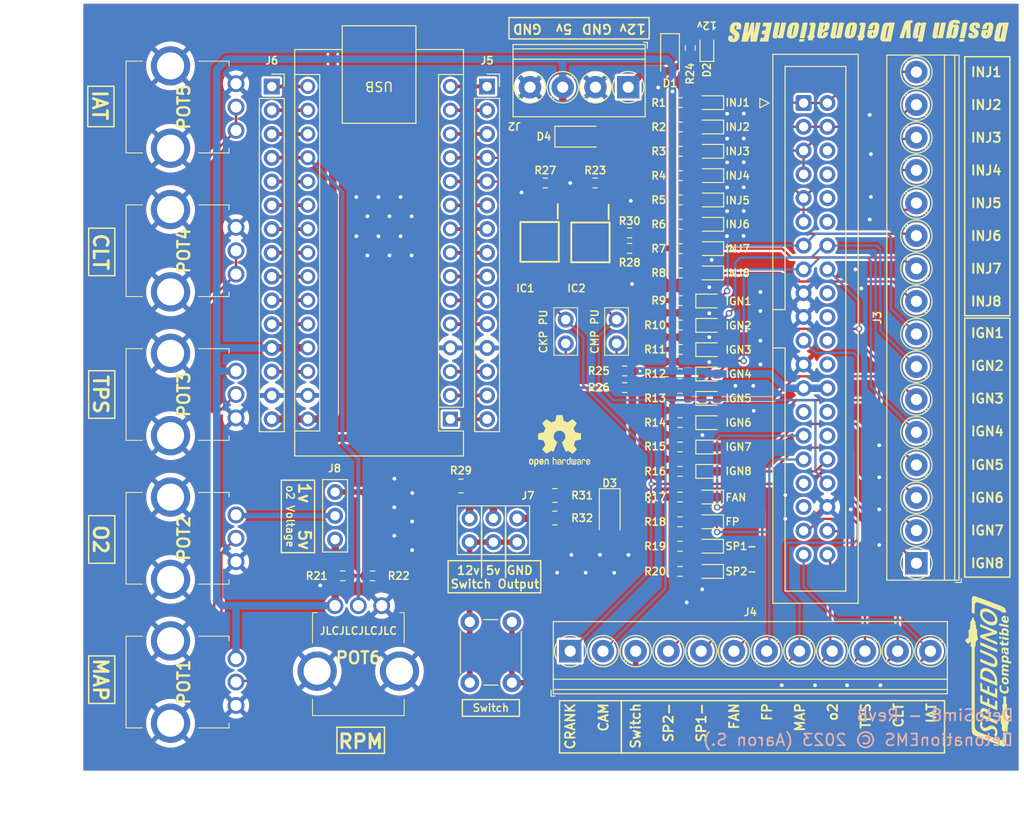
<source format=kicad_pcb>
(kicad_pcb (version 20221018) (generator pcbnew)
  (title_block (title "Engine Simulator - 8 Channel") (date "2023-01-26") (rev "B3") (company "DetonationEMS"))
  (layers (0 "F.Cu" signal "Front") (31 "B.Cu" signal "Back") (34 "B.Paste" user) (35 "F.Paste" user) (36 "B.SilkS" user "B.Silkscreen") (37 "F.SilkS" user "F.Silkscreen") (38 "B.Mask" user) (39 "F.Mask" user) (44 "Edge.Cuts" user))
  (net 0 "")
  (net 1 "o2-Voltage")
  (net 2 "+5V")
  (net 3 "INJ1")
  (net 4 "IGN2")
  (net 5 "CAM")
  (net 6 "TPS")
  (net 7 "IAT")
  (net 8 "IGN4")
  (net 9 "INJ4")
  (net 10 "INJ3")
  (net 11 "INJ2")
  (net 12 "IGN3")
  (net 13 "CRANK")
  (net 14 "o2")
  (net 15 "CLT")
  (net 16 "MAP")
  (net 17 "IGN1")
  (net 18 "MC-A0")
  (net 19 "GND")
  (net 20 "Net-(IC1-A)")
  (net 21 "Net-(IC2-A)")
  (net 22 "Net-(J7-Pin_1)")
  (net 23 "Net-(J7-Pin_2)")
  (net 24 "Net-(J7-Pin_3)")
  (net 25 "Net-(J7-Pin_5)")
  (net 26 "Net-(J8-Pin_3)")
  (net 27 "Net-(J10-Pin_1)")
  (net 28 "MC-D1")
  (net 29 "MC-D2")
  (net 30 "MC-D3")
  (net 31 "MC-D4")
  (net 32 "MC-D5")
  (net 33 "MC-D6")
  (net 34 "MC-D7")
  (net 35 "MC-D10")
  (net 36 "MC-D11")
  (net 37 "MC-D12")
  (net 38 "MC-D13")
  (net 39 "+3.3V")
  (net 40 "MC-AREF")
  (net 41 "MC-A1")
  (net 42 "MC-A2")
  (net 43 "MC-A3")
  (net 44 "MC-A4")
  (net 45 "MC-A5")
  (net 46 "MC-A6")
  (net 47 "MC-D0")
  (net 48 "MC-A7")
  (net 49 "FLEX")
  (net 50 "FAN")
  (net 51 "FP")
  (net 52 "TACH")
  (net 53 "CLUTCH")
  (net 54 "VVT")
  (net 55 "IDLE")
  (net 56 "IDLE2")
  (net 57 "BOOST")
  (net 58 "1B")
  (net 59 "1A")
  (net 60 "2A")
  (net 61 "2B")
  (net 62 "VR1-")
  (net 63 "VR2-")
  (net 64 "INJ8")
  (net 65 "INJ7")
  (net 66 "CAM-OUT")
  (net 67 "CRANK-OUT")
  (net 68 "SP1-")
  (net 69 "SP2-")
  (net 70 "Net-(LED2-A)")
  (net 71 "INJ6")
  (net 72 "INJ5")
  (net 73 "IGN8")
  (net 74 "IGN7")
  (net 75 "IGN6")
  (net 76 "IGN5")
  (net 77 "+12V")
  (net 78 "Net-(LED4-A)")
  (net 79 "Net-(LED6-A)")
  (net 80 "Net-(LED8-A)")
  (net 81 "Net-(LED9-K)")
  (net 82 "Net-(LED11-K)")
  (net 83 "SWITCH")
  (net 84 "Net-(LED13-K)")
  (net 85 "Net-(LED15-K)")
  (net 86 "12v-Unprotected")
  (net 87 "MC-RESET-3")
  (net 88 "MC-RESET-28")
  (net 89 "Net-(LED17-A)")
  (net 90 "Net-(LED18-A)")
  (net 91 "Net-(LED19-A)")
  (net 92 "Net-(LED20-A)")
  (net 93 "Net-(D2-A)")
  (net 94 "Net-(LED7-A)")
  (net 95 "Net-(LED5-A)")
  (net 96 "Net-(LED3-A)")
  (net 97 "Net-(LED16-K)")
  (net 98 "Net-(LED14-K)")
  (net 99 "Net-(LED12-K)")
  (net 100 "Net-(LED10-K)")
  (net 101 "Net-(LED1-A)")
  (net 102 "Net-(J9-Pin_1)")
  (footprint "Resistor_SMD:R_0603_1608Metric" (layer "F.Cu") (at 126.57465 119.08165)
    (fp_text reference "R21")
    (fp_text value "470r" hide)
  )
  (footprint "Resistor_SMD:R_0603_1608Metric" (layer "F.Cu") (at 129.74965 119.08165)
    (fp_text reference "R22")
    (fp_text value "100r" hide)
  )
  (footprint "Misc:RV09AF4020KB10K" (layer "F.Cu") (at 115.153567 132.9709 90)
    (fp_text reference "POT1")
    (fp_text value "IAT" hide)
  )
  (footprint "Misc:RV09AF4020KB10K" (layer "F.Cu") (at 115.153567 117.6039 90)
    (fp_text reference "POT2")
    (fp_text value "CLT" hide)
  )
  (footprint "Misc:RV09AF4020KB10K" (layer "F.Cu") (at 115.153567 86.8699 90)
    (fp_text reference "POT4")
    (fp_text value "TPS" hide)
  )
  (footprint "Misc:RV09AF4020KB10K" (layer "F.Cu") (at 115.153567 102.2369 90)
    (fp_text reference "POT3")
    (fp_text value "MAP/SP1" hide)
  )
  (footprint "Misc:RV09AF4020KB10K" (layer "F.Cu") (at 115.153567 71.5137 90)
    (fp_text reference "POT5")
    (fp_text value "o2" hide)
  )
  (footprint "Misc:RV09AF4020KB10K" (layer "F.Cu") (at 130.76565 122.26705 180)
    (fp_text reference "POT6")
    (fp_text value "RPM" hide)
  )
  (footprint "LED_SMD:LED_0603_1608Metric" (layer "F.Cu") (at 165.7858 68.503 180)
    (fp_text reference "LED1" hide)
    (fp_text value "INJ1")
  )
  (footprint "LED_SMD:LED_0603_1608Metric" (layer "F.Cu") (at 165.7858 71.103285 180)
    (fp_text reference "LED2" hide)
    (fp_text value "INJ2")
  )
  (footprint "LED_SMD:LED_0603_1608Metric" (layer "F.Cu") (at 165.7858 73.70357 180)
    (fp_text reference "LED3" hide)
    (fp_text value "INJ3")
  )
  (footprint "LED_SMD:LED_0603_1608Metric" (layer "F.Cu") (at 165.7858 76.303855 180)
    (fp_text reference "LED4" hide)
    (fp_text value "INJ4")
  )
  (footprint "LED_SMD:LED_0603_1608Metric" (layer "F.Cu") (at 165.7858 89.7022)
    (fp_text reference "LED9" hide)
    (fp_text value "IGN1")
  )
  (footprint "LED_SMD:LED_0603_1608Metric" (layer "F.Cu") (at 165.7858 92.303885)
    (fp_text reference "LED10" hide)
    (fp_text value "IGN2")
  )
  (footprint "LED_SMD:LED_0603_1608Metric" (layer "F.Cu") (at 165.7858 94.90557)
    (fp_text reference "LED11" hide)
    (fp_text value "IGN3")
  )
  (footprint "LED_SMD:LED_0603_1608Metric" (layer "F.Cu") (at 165.7858 97.507255)
    (fp_text reference "LED12" hide)
    (fp_text value "IGN4")
  )
  (footprint "LED_SMD:LED_0603_1608Metric" (layer "F.Cu") (at 165.763633 110.6572 180)
    (fp_text reference "LED17" hide)
    (fp_text value "FAN")
  )
  (footprint "LED_SMD:LED_0603_1608Metric" (layer "F.Cu") (at 165.763633 113.2988 180)
    (fp_text reference "LED18" hide)
    (fp_text value "FP")
  )
  (footprint "Resistor_SMD:R_0603_1608Metric" (layer "F.Cu") (at 162.6108 68.503)
    (fp_text reference "R1")
    (fp_text value "1k" hide)
  )
  (footprint "Resistor_SMD:R_0603_1608Metric" (layer "F.Cu") (at 162.6108 71.103285)
    (fp_text reference "R2")
    (fp_text value "1k" hide)
  )
  (footprint "Resistor_SMD:R_0603_1608Metric" (layer "F.Cu") (at 162.6108 73.70357)
    (fp_text reference "R3")
    (fp_text value "1k" hide)
  )
  (footprint "Resistor_SMD:R_0603_1608Metric" (layer "F.Cu") (at 162.6108 76.303855)
    (fp_text reference "R4")
    (fp_text value "1k" hide)
  )
  (footprint "Resistor_SMD:R_0603_1608Metric" (layer "F.Cu") (at 162.6108 89.6622)
    (fp_text reference "R9")
    (fp_text value "1k" hide)
  )
  (footprint "Resistor_SMD:R_0603_1608Metric" (layer "F.Cu") (at 162.6108 92.2696)
    (fp_text reference "R10")
    (fp_text value "1k" hide)
  )
  (footprint "Resistor_SMD:R_0603_1608Metric" (layer "F.Cu") (at 162.6108 94.877)
    (fp_text reference "R11")
    (fp_text value "1k" hide)
  )
  (footprint "Resistor_SMD:R_0603_1608Metric" (layer "F.Cu") (at 162.6108 97.4844)
    (fp_text reference "R12")
    (fp_text value "1k" hide)
  )
  (footprint "Resistor_SMD:R_0603_1608Metric" (layer "F.Cu") (at 162.6108 110.6572)
    (fp_text reference "R17")
    (fp_text value "1k" hide)
  )
  (footprint "Resistor_SMD:R_0603_1608Metric" (layer "F.Cu") (at 162.6108 113.2988)
    (fp_text reference "R18")
    (fp_text value "1k" hide)
  )
  (footprint "Module:Arduino_Nano" (layer "F.Cu") (at 138.0648 102.326 180)
    (fp_text reference "A1" hide)
    (fp_text value "Arduino_Nano_v3.x" hide)
  )
  (footprint "Connector_Automotive:IDC-Header_2x20_P2.54mm_Vertical_Speeduino" (layer "F.Cu") (at 175.8188 68.544)
    (fp_text reference "J1" hide)
    (fp_text value "Conn_02x20_Counter_Clockwise" hide)
  )
  (footprint "Detonation:3-PinSwitch" (layer "F.Cu") (at 125.7421 115.2011 180)
    (fp_text reference "J8")
    (fp_text value "Conn_01x03" hide)
  )
  (footprint "Detonation-Logos:Design by 30mm" (layer "F.Cu") (at 182.753 60.833 180)
    (fp_text reference "G1" hide)
    (fp_text value "Logo_Open_Hardware_Small" hide)
  )
  (footprint "Detonation-Logos:SpeeduinoCompatible-17mm" (layer "F.Cu") (at 195.4784 129.286 90)
    (fp_text reference "G2" hide)
    (fp_text value "Logo_Open_Hardware_Small" hide)
  )
  (footprint "Symbol:OSHW-Logo2_7.3x6mm_SilkScreen" (layer "F.Cu") (at 149.733 104.648)
    (fp_text reference "G3" hide)
    (fp_text value "Logo_Open_Hardware_Small" hide)
  )
  (footprint "Resistor_SMD:R_0603_1608Metric" (layer "F.Cu") (at 162.6108 84.10471)
    (fp_text reference "R7")
    (fp_text value "1k")
  )
  (footprint "Button_Switch_THT:SW_PUSH_6mm_H9.5mm" (layer "F.Cu") (at 144.6424 124.004 -90)
    (fp_text reference "SW1" hide)
    (fp_text value "Switch")
  )
  (footprint "LED_SMD:LED_0603_1608Metric" (layer "F.Cu") (at 165.763633 118.6074 180)
    (fp_text reference "LED20" hide)
    (fp_text value "SP2-")
  )
  (footprint "Resistor_SMD:R_0603_1608Metric" (layer "F.Cu") (at 162.6108 78.90414)
    (fp_text reference "R5")
    (fp_text value "1k")
  )
  (footprint "TerminalBlock_Phoenix:TerminalBlock_Phoenix_PT-1,5-4-3.5-H_1x04_P3.50mm_Horizontal" (layer "F.Cu") (at 157.0736 66.8528 180)
    (fp_text reference "J2")
    (fp_text value "Conn_01x04" hide)
  )
  (footprint "Resistor_SMD:R_0603_1608Metric" (layer "F.Cu") (at 162.6108 105.3066)
    (fp_text reference "R15")
    (fp_text value "1k")
  )
  (footprint "Resistor_SMD:R_0603_1608Metric" (layer "F.Cu") (at 162.6108 100.0918)
    (fp_text reference "R13")
    (fp_text value "1k")
  )
  (footprint "LED_SMD:LED_0603_1608Metric" (layer "F.Cu") (at 165.7858 78.90414 180)
    (fp_text reference "LED5" hide)
    (fp_text value "INJ5")
  )
  (footprint "Connector_PinSocket_2.54mm:PinSocket_1x15_P2.54mm_Vertical" (layer "F.Cu") (at 141.986 66.7766)
    (fp_text reference "J5")
    (fp_text value "Conn_01x04")
  )
  (footprint "Resistor_SMD:R_0603_1608Metric" (layer "F.Cu") (at 156.6926 98.9584 180)
    (fp_text reference "R26")
    (fp_text value "1k")
  )
  (footprint "LED_SMD:LED_0603_1608Metric" (layer "F.Cu") (at 165.763633 115.915 180)
    (fp_text reference "LED19" hide)
    (fp_text value "SP1-")
  )
  (footprint "Diode_SMD:D_SOD-123" (layer "F.Cu") (at 161.544 63.4894 -90)
    (fp_text reference "D1")
    (fp_text value "B5819W")
  )
  (footprint "Resistor_SMD:R_0603_1608Metric" (layer "F.Cu") (at 162.6108 102.6992)
    (fp_text reference "R14")
    (fp_text value "1k")
  )
  (footprint "LED_SMD:LED_0603_1608Metric" (layer "F.Cu") (at 165.7858 100.10894)
    (fp_text reference "LED13" hide)
    (fp_text value "IGN5")
  )
  (footprint "Detonation:1x02-Proto" (layer "F.Cu") (at 150.3934 94.234 180)
    (fp_text reference "J9" hide)
    (fp_text value "CKP PU")
  )
  (footprint "LED_SMD:LED_0603_1608Metric" (layer "F.Cu") (at 165.7858 107.914)
    (fp_text reference "LED16" hide)
    (fp_text value locked "IGN8")
  )
  (footprint "Resistor_SMD:R_0603_1608Metric" (layer "F.Cu") (at 156.6926 97.1804 180)
    (fp_text reference "R25")
    (fp_text value "1k")
  )
  (footprint "TerminalBlock_Phoenix:TerminalBlock_Phoenix_PT-1,5-16-3.5-H_1x16_P3.50mm_Horizontal" (layer "F.Cu") (at 187.872733 117.7302 90)
    (fp_text reference "J3")
    (fp_text value "Conn_01x08")
  )
  (footprint "LED_SMD:LED_0603_1608Metric" (layer "F.Cu") (at 165.7858 81.504425 180)
    (fp_text reference "LED6" hide)
    (fp_text value "INJ6")
  )
  (footprint "Resistor_SMD:R_0603_1608Metric" (layer "F.Cu") (at 162.6108 81.504425)
    (fp_text reference "R6")
    (fp_text value "1k")
  )
  (footprint "Resistor_SMD:R_0603_1608Metric" (layer "F.Cu") (at 162.6108 107.914)
    (fp_text reference locked "R16")
    (fp_text value "1k")
  )
  (footprint "LED_SMD:LED_0603_1608Metric" (layer "F.Cu") (at 165.7858 84.10471 180)
    (fp_text reference "LED7" hide)
    (fp_text value "INJ7")
  )
  (footprint "LED_SMD:LED_0603_1608Metric" (layer "F.Cu") (at 165.7858 102.710625)
    (fp_text reference "LED14" hide)
    (fp_text value "IGN6")
  )
  (footprint "Connector_PinSocket_2.54mm:PinSocket_1x15_P2.54mm_Vertical" (layer "F.Cu") (at 118.9736 66.7812)
    (fp_text reference "J6")
    (fp_text value "Conn_01x04")
  )
  (footprint "Resistor_SMD:R_0603_1608Metric" (layer "F.Cu") (at 153.543 77.089 180)
    (fp_text reference "R23")
    (fp_text value "470r" hide)
  )
  (footprint "Detonation:SOP254P700X200-4N" (layer "F.Cu") (at 147.5994 83.3894 -90)
    (fp_text reference "IC1")
    (fp_text value "EL357NB_TA_-G" hide)
  )
  (footprint "Resistor_SMD:R_0805_2012Metric" (layer "F.Cu") (at 139.192 109.474 180)
    (fp_text reference "R29")
    (fp_text value "0r")
  )
  (footprint "Detonation:SOP254P700X200-4N" (layer "F.Cu") (at 153.035 83.439 -90)
    (fp_text reference "IC2")
    (fp_text value "EL357NB_TA_-G" hide)
  )
  (footprint "LED_SMD:LED_0603_1608Metric" (layer "F.Cu") (at 165.481 62.611 90)
    (fp_text reference "D2")
    (fp_text value "12v")
  )
  (footprint "Resistor_SMD:R_0603_1608Metric" (layer "F.Cu") (at 162.6108 118.6074)
    (fp_text reference "R20")
    (fp_text value "1k")
  )
  (footprint "Resistor_SMD:R_0603_1608Metric" (layer "F.Cu") (at 163.703 62.6618 90)
    (fp_text reference "R24")
    (fp_text value "1k")
  )
  (footprint "Resistor_SMD:R_0603_1608Metric" (layer "F.Cu") (at 157.226 82.423)
    (fp_text reference "R30")
    (fp_text value "1k")
  )
  (footprint "LED_SMD:LED_0603_1608Metric" (layer "F.Cu") (at 165.7858 86.705 180)
    (fp_text reference "LED8" hide)
    (fp_text value "INJ8")
  )
  (footprint "Resistor_SMD:R_0603_1608Metric" (layer "F.Cu") (at 162.6108 86.705)
    (fp_text reference "R8")
    (fp_text value "1k")
  )
  (footprint "Resistor_SMD:R_0603_1608Metric" (layer "F.Cu") (at 157.226 84.074)
    (fp_text reference "R28")
    (fp_text value "1k")
  )
  (footprint "LED_SMD:LED_0603_1608Metric" (layer "F.Cu") (at 165.7858 105.31231)
    (fp_text reference "LED15" hide)
    (fp_text value "IGN7")
  )
  (footprint "Resistor_SMD:R_0603_1608Metric" (layer "F.Cu") (at 162.6108 115.915)
    (fp_text reference "R19")
    (fp_text value "1k")
  )
  (footprint "Detonation:1x02-Proto" (layer "F.Cu") (at 155.829 94.234 180)
    (fp_text reference "J10" hide)
    (fp_text value "CMP PU")
  )
  (footprint "Resistor_SMD:R_0805_2012Metric" (layer "F.Cu") (at 149.225 112.903 180)
    (fp_text reference "R32")
    (fp_text value "0r")
  )
  (footprint "Resistor_SMD:R_0603_1608Metric" (layer "F.Cu") (at 148.209 77.089 180)
    (fp_text reference "R27")
    (fp_text value "470r" hide)
  )
  (footprint "Detonation:PinSocket 2x03" (layer "F.Cu") (at 140.1214 112.9338 90)
    (fp_text reference "J7")
    (fp_text value "Conn_01x03")
  )
  (footprint "Diode_SMD:D_MiniMELF" (layer "F.Cu") (at 155.0924 112.423 -90)
    (fp_text reference "D3")
    (fp_text value "ZMM5V6")
  )
  (footprint "Diode_SMD:D_MiniMELF" (layer "F.Cu") (at 151.892 72.136)
    (fp_text reference "D4")
    (fp_text value "ZMM5V6")
  )
  (footprint "TerminalBlock_Phoenix:TerminalBlock_Phoenix_PT-1,5-12-3.5-H_1x12_P3.50mm_Horizontal" (layer "F.Cu") (at 150.876 127.127)
    (fp_text reference "J4")
    (fp_text value "Conn_01x10")
  )
  (footprint "Resistor_SMD:R_0805_2012Metric" (layer "F.Cu") (at 149.225 110.49)
    (fp_text reference "R31")
    (fp_text value "0r")
  )
  (gr_line (start 102.1084 66.7512) (end 102.1084 67.2592) (stroke (width 0.1524)) (layer "F.SilkS"))
  (gr_line (start 102.199567 128.1449) (end 102.199567 131.9549) (stroke (width 0.1524)) (layer "F.SilkS"))
  (gr_line (start 102.199567 132.7169) (end 99.405567 132.7169) (stroke (width 0.1524)) (layer "F.SilkS"))
  (gr_line (start 99.405567 127.6369) (end 102.199567 127.6369) (stroke (width 0.1524)) (layer "F.SilkS"))
  (gr_line (start 99.405567 131.9549) (end 99.405567 127.6369) (stroke (width 0.1524)) (layer "F.SilkS"))
  (gr_line (start 102.199567 127.6369) (end 102.199567 128.1449) (stroke (width 0.1524)) (layer "F.SilkS"))
  (gr_line (start 99.405567 132.7169) (end 99.405567 131.9549) (stroke (width 0.1524)) (layer "F.SilkS"))
  (gr_line (start 102.199567 132.7169) (end 102.199567 131.9549) (stroke (width 0.1524)) (layer "F.SilkS"))
  (gr_line (start 102.199567 82.4249) (end 102.199567 86.2349) (stroke (width 0.1524)) (layer "F.SilkS"))
  (gr_line (start 102.199567 81.9169) (end 102.199567 82.4249) (stroke (width 0.1524)) (layer "F.SilkS"))
  (gr_line (start 102.199567 86.9969) (end 102.199567 86.2349) (stroke (width 0.1524)) (layer "F.SilkS"))
  (gr_line (start 102.199567 86.9969) (end 99.405567 86.9969) (stroke (width 0.1524)) (layer "F.SilkS"))
  (gr_line (start 99.405567 86.9969) (end 99.405567 81.9169) (stroke (width 0.1524)) (layer "F.SilkS"))
  (gr_line (start 99.405567 81.9169) (end 102.199567 81.9169) (stroke (width 0.1524)) (layer "F.SilkS"))
  (gr_line (start 126.44765 135.26145) (end 130.25765 135.26145) (stroke (width 0.1524)) (layer "F.SilkS"))
  (gr_line (start 125.93965 135.26145) (end 126.44765 135.26145) (stroke (width 0.1524)) (layer "F.SilkS"))
  (gr_line (start 131.01965 138.05545) (end 130.25765 138.05545) (stroke (width 0.1524)) (layer "F.SilkS"))
  (gr_line (start 131.01965 135.26145) (end 130.25765 135.26145) (stroke (width 0.1524)) (layer "F.SilkS"))
  (gr_line (start 130.25765 138.05545) (end 125.93965 138.05545) (stroke (width 0.1524)) (layer "F.SilkS"))
  (gr_line (start 125.93965 138.05545) (end 125.93965 135.26145) (stroke (width 0.1524)) (layer "F.SilkS"))
  (gr_rect (start 193.043133 91.531) (end 197.869133 119.217) (stroke (width 0.1524)) (fill none) (layer "F.SilkS"))
  (gr_rect (start 119.99535 108.8511) (end 123.55135 116.5981) (stroke (width 0.1524)) (fill none) (layer "F.SilkS"))
  (gr_line (start 102.199567 97.6649) (end 102.199567 101.4749) (stroke (width 0.1524)) (layer "F.SilkS"))
  (gr_line (start 102.199567 117.7309) (end 99.405567 117.7309) (stroke (width 0.1524)) (layer "F.SilkS"))
  (gr_line (start 141.4018 114.1196) (end 141.4018 119.2784) (stroke (width 0.1524)) (layer "F.SilkS"))
  (gr_line (start 102.1084 67.2592) (end 102.1084 71.0692) (stroke (width 0.1524)) (layer "F.SilkS"))
  (gr_line (start 102.199567 112.6509) (end 102.199567 113.1589) (stroke (width 0.1524)) (layer "F.SilkS"))
  (gr_line (start 99.405567 117.7309) (end 99.405567 112.6509) (stroke (width 0.1524)) (layer "F.SilkS"))
  (gr_rect (start 139.3444 132.3086) (end 145.4404 134.0866) (stroke (width 0.1524)) (fill none) (layer "F.SilkS"))
  (gr_rect (start 156.337 132.425) (end 190.881 138.013) (stroke (width 0.1524)) (fill none) (layer "F.SilkS"))
  (gr_rect (start 137.8204 117.4623) (end 147.7264 120.8913) (stroke (width 0.1524)) (fill none) (layer "F.SilkS"))
  (gr_line (start 131.01965 135.26145) (end 131.01965 138.05545) (stroke (width 0.1524)) (layer "F.SilkS"))
  (gr_line (start 143.9672 111.6304) (end 143.9672 116.7892) (stroke (width 0.1524)) (layer "F.SilkS"))
  (gr_line (start 143.9672 114.1196) (end 143.9672 119.2784) (stroke (width 0.1524)) (layer "F.SilkS"))
  (gr_line (start 99.405567 112.6509) (end 102.199567 112.6509) (stroke (width 0.1524)) (layer "F.SilkS"))
  (gr_line (start 99.405567 97.1569) (end 102.199567 97.1569) (stroke (width 0.1524)) (layer "F.SilkS"))
  (gr_line (start 99.405567 102.2369) (end 99.405567 97.1569) (stroke (width 0.1524)) (layer "F.SilkS"))
  (gr_rect (start 193.043133 63.591) (end 197.869133 91.277) (stroke (width 0.1524)) (fill none) (layer "F.SilkS"))
  (gr_line (start 99.3144 71.0692) (end 99.3144 66.7512) (stroke (width 0.1524)) (layer "F.SilkS"))
  (gr_rect (start 144.3306 59.4091) (end 159.3166 61.6951) (stroke (width 0.1524)) (fill none) (layer "F.SilkS"))
  (gr_line (start 102.199567 102.2369) (end 102.199567 101.4749) (stroke (width 0.1524)) (layer "F.SilkS"))
  (gr_line (start 102.199567 102.2369) (end 99.405567 102.2369) (stroke (width 0.1524)) (layer "F.SilkS"))
  (gr_line (start 99.3144 66.7512) (end 102.1084 66.7512) (stroke (width 0.1524)) (layer "F.SilkS"))
  (gr_line (start 102.199567 117.7309) (end 102.199567 116.9689) (stroke (width 0.1524)) (layer "F.SilkS"))
  (gr_line (start 141.4018 111.6304) (end 141.4018 116.7892) (stroke (width 0.1524)) (layer "F.SilkS"))
  (gr_line (start 102.199567 113.1589) (end 102.199567 116.9689) (stroke (width 0.1524)) (layer "F.SilkS"))
  (gr_rect (start 149.733 132.425) (end 156.337 138.013) (stroke (width 0.1524)) (fill none) (layer "F.SilkS"))
  (gr_line (start 102.199567 97.1569) (end 102.199567 97.6649) (stroke (width 0.1524)) (layer "F.SilkS"))
  (gr_line (start 102.1084 71.0692) (end 99.3144 71.0692) (stroke (width 0.1524)) (layer "F.SilkS"))
  (gr_line (start 198.8166 139.912) (end 198.8166 57.912) (stroke (width 0.0381)) (layer "Edge.Cuts"))
  (gr_line (start 198.8166 57.912) (end 98.8166 57.912) (stroke (width 0.0381)) (layer "Edge.Cuts"))
  (gr_line (start 98.8166 57.912) (end 98.8166 139.912) (stroke (width 0.0381)) (layer "Edge.Cuts"))
  (gr_line (start 98.8166 139.912) (end 198.8166 139.912) (stroke (width 0.0381)) (layer "Edge.Cuts"))
  (gr_text locked "DetonationEMS © 2023 (Aaron S.)" (at 198.33139 136.616) (layer "B.SilkS") (effects (font (size 1.25 1.25) (thickness 0.18)) (justify left mirror)))
  (gr_text "DetoSim8 - RevB" (at 189.865 133.985) (layer "B.SilkS") (effects (font (size 1.25 1.25) (thickness 0.18)) (justify mirror)))
  (gr_text "IGN1" (at 195.456133 93.130058) (layer "F.SilkS") (effects (font (size 1 1) (thickness 0.2))))
  (gr_text "INJ4" (at 195.337085 75.746713) (layer "F.SilkS") (effects (font (size 1 1) (thickness 0.2))))
  (gr_text "IGN4" (at 195.456133 103.634774) (layer "F.SilkS") (effects (font (size 1 1) (thickness 0.2))))
  (gr_text "CAM" (at 154.432 134.203 90) (layer "F.SilkS") (effects (font (size 1 1) (thickness 0.2))))
  (gr_text "CLT" (at 185.970328 133.988715 90) (layer "F.SilkS") (effects (font (size 1 1) (thickness 0.2))))
  (gr_text "FP" (at 171.915664 133.631572 90) (layer "F.SilkS") (effects (font (size 1 1) (thickness 0.2))))
  (gr_text "5v  GND " (at 147.531 60.6156 180) (layer "F.SilkS") (effects (font (size 1 1) (thickness 0.2))))
  (gr_text "O2" (at 100.675567 115.1909 270) (layer "F.SilkS") (effects (font (size 1.5 1.5) (thickness 0.3))))
  (gr_text "RPM" (at 128.47965 136.78545) (layer "F.SilkS") (effects (font (size 1.5 1.5) (thickness 0.3))))
  (gr_text "o2" (at 178.942996 133.631572 90) (layer "F.SilkS") (effects (font (size 1 1) (thickness 0.2))))
  (gr_text "MAP" (at 175.42933 134.203 90) (layer "F.SilkS") (effects (font (size 1 1) (thickness 0.2))))
  (gr_text "SP2-" (at 161.374666 134.774429 90) (layer "F.SilkS") (effects (font (size 1 1) (thickness 0.2))))
  (gr_text "INJ1" (at 195.337085 65.242) (layer "F.SilkS") (effects (font (size 1 1) (thickness 0.2))))
  (gr_text "IGN7" (at 195.456133 114.2302) (layer "F.SilkS") (effects (font (size 1 1) (thickness 0.2))))
  (gr_text "IGN5" (at 195.456133 107.227058) (layer "F.SilkS") (effects (font (size 1 1) (thickness 0.2))))
  (gr_text "TPS" (at 182.456662 134.060143 90) (layer "F.SilkS") (effects (font (size 1 1) (thickness 0.2))))
  (gr_text "INJ2" (at 195.337085 68.743571) (layer "F.SilkS") (effects (font (size 1 1) (thickness 0.2))))
  (gr_text "SP1-" (at 164.888332 134.774429 90) (layer "F.SilkS") (effects (font (size 1 1) (thickness 0.2))))
  (gr_text "12v GND" (at 155.532 60.6156 180) (layer "F.SilkS") (effects (font (size 1 1.05) (thickness 0.2))))
  (gr_text "Switch" (at 157.861 135.107762 90) (layer "F.SilkS") (effects (font (size 1 1) (thickness 0.2))))
  (gr_text "INJ5" (at 195.337085 79.248287) (layer "F.SilkS") (effects (font (size 1 1) (thickness 0.2))))
  (gr_text "TPS" (at 100.675567 99.6969 270) (layer "F.SilkS") (effects (font (size 1.5 1.5) (thickness 0.3))))
  (gr_text "IGN3" (at 195.456133 100.1332) (layer "F.SilkS") (effects (font (size 1 1) (thickness 0.2))))
  (gr_text "CRANK" (at 150.876 135.155381 90) (layer "F.SilkS") (effects (font (size 1 1) (thickness 0.2))))
  (gr_text "IAT" (at 189.484 133.750619 90) (layer "F.SilkS") (effects (font (size 1 1) (thickness 0.2))))
  (gr_text "1v   5v" (at 122.47185 112.724599 270) (layer "F.SilkS") (effects (font (size 1.25 1.25) (thickness 0.25))))
  (gr_text "CLT" (at 100.675567 84.4569 270) (layer "F.SilkS") (effects (font (size 1.5 1.5) (thickness 0.3))))
  (gr_text "JLCJLCJLCJLC" (at 128.22565 124.95965) (layer "F.SilkS") (effects (font (size 0.8 0.8) (thickness 0.16))))
  (gr_text "INJ8" (at 195.337085 89.753) (layer "F.SilkS") (effects (font (size 1 1) (thickness 0.2))))
  (gr_text "o2 Voltage" (at 120.94785 112.7246 270) (layer "F.SilkS") (effects (font (size 0.8128 0.8128) (thickness 0.1524))))
  (gr_text "IGN2" (at 195.456133 96.631629) (layer "F.SilkS") (effects (font (size 1 1) (thickness 0.2))))
  (gr_text "IAT" (at 100.5844 68.7832 270) (layer "F.SilkS") (effects (font (size 1.5 1.5) (thickness 0.3))))
  (gr_text "INJ3" (at 195.337085 72.245142) (layer "F.SilkS") (effects (font (size 1 1) (thickness 0.2))))
  (gr_text "IGN8" (at 195.456133 117.731774) (layer "F.SilkS") (effects (font (size 1 1) (thickness 0.2))))
  (gr_text "INJ6" (at 195.337085 82.749858) (layer "F.SilkS") (effects (font (size 1 1) (thickness 0.2))))
  (gr_text "12v 5v GND\nSwitch Output" (at 142.8242 119.2276) (layer "F.SilkS") (effects (font (size 0.9 0.9) (thickness 0.18))))
  (gr_text "MAP" (at 100.675567 130.1769 270) (layer "F.SilkS") (effects (font (size 1.5 1.5) (thickness 0.3))))
  (gr_text "INJ7" (at 195.337085 86.251429) (layer "F.SilkS") (effects (font (size 1 1) (thickness 0.2))))
  (gr_text "FAN" (at 168.401998 134.083953 90) (layer "F.SilkS") (effects (font (size 1 1) (thickness 0.2))))
  (gr_text "IGN6" (at 195.456133 110.728629) (layer "F.SilkS") (effects (font (size 1 1) (thickness 0.2))))
  (segment (start 115.238667 112.649) (end 125.73 112.649) (width 0.6) (layer "B.Cu") (net 1))
  (segment (start 161.7858 113.2988) (end 161.7858 110.6572) (width 0.8) (layer "F.Cu") (net 2))
  (segment (start 158.051 84.074) (end 161.75509 84.074) (width 0.6) (layer "F.Cu") (net 2))
  (segment (start 161.7858 76.291) (end 161.7858 78.90414) (width 0.8) (layer "F.Cu") (net 2))
  (segment (start 155.0766 110.6572) (end 155.0924 110.673) (width 0.8) (layer "F.Cu") (net 2))
  (segment (start 150.0736 66.8528) (end 150.0736 72.0676) (width 0.8) (layer "F.Cu") (net 2))
  (segment (start 161.7858 71.103285) (end 161.7858 68.503) (width 0.8) (layer "F.Cu") (net 2))
  (segment (start 161.7858 71.099) (end 161.7858 73.695) (width 0.8) (layer "F.Cu") (net 2))
  (segment (start 161.7858 67.3222) (end 161.798 67.31) (width 0.6) (layer "F.Cu") (net 2))
  (segment (start 161.7858 76.291) (end 161.7858 73.695) (width 0.8) (layer "F.Cu") (net 2))
  (segment (start 157.5176 98.9584) (end 157.5176 110.6572) (width 0.8) (layer "F.Cu") (net 2))
  (segment (start 161.7858 115.915) (end 161.7858 113.2988) (width 0.8) (layer "F.Cu") (net 2))
  (segment (start 161.7858 84.10471) (end 161.7858 86.705) (width 0.8) (layer "F.Cu") (net 2))
  (segment (start 157.5176 97.1804) (end 158.3436 97.1804) (width 0.8) (layer "F.Cu") (net 2))
  (segment (start 161.7858 81.504425) (end 161.7858 84.10471) (width 0.8) (layer "F.Cu") (net 2))
  (segment (start 155.0924 110.673) (end 155.1082 110.6572) (width 0.25) (layer "F.Cu") (net 2))
  (segment (start 150.3047 110.6572) (end 155.0766 110.6572) (width 0.8) (layer "F.Cu") (net 2))
  (segment (start 125.74965 119.08165) (end 125.74965 115.20865) (width 0.8) (layer "F.Cu") (net 2))
  (segment (start 158.051 84.074) (end 158.051 82.423) (width 0.6) (layer "F.Cu") (net 2))
  (segment (start 161.7858 118.6074) (end 161.7858 115.915) (width 0.8) (layer "F.Cu") (net 2))
  (segment (start 161.7858 78.90414) (end 161.7858 81.504425) (width 0.8) (layer "F.Cu") (net 2))
  (segment (start 161.7858 68.503) (end 161.7858 67.3222) (width 0.8) (layer "F.Cu") (net 2))
  (segment (start 122.8248 94.706) (end 118.9888 94.706) (width 0.8) (layer "F.Cu") (net 2))
  (segment (start 157.5176 110.6572) (end 161.7858 110.6572) (width 0.8) (layer "F.Cu") (net 2))
  (segment (start 157.5176 98.9584) (end 157.5176 97.1804) (width 0.8) (layer "F.Cu") (net 2))
  (segment (start 155.1082 110.6572) (end 157.5176 110.6572) (width 0.8) (layer "F.Cu") (net 2))
  (segment (start 125.74965 119.08165) (end 125.74965 122.24305) (width 0.8) (layer "F.Cu") (net 2))
  (via (at 158.3436 97.1804) (size 0.6) (drill 0.3) (layers "F.Cu" "B.Cu") (net 2))
  (via (at 161.798 67.31) (size 0.7) (drill 0.4) (layers "F.Cu" "B.Cu") (net 2))
  (segment (start 161.798 64.516) (end 161.798 67.31) (width 0.8) (layer "B.Cu") (net 2))
  (segment (start 161.127 63.845) (end 161.798 64.516) (width 0.8) (layer "B.Cu") (net 2))
  (segment (start 161.798 97.1804) (end 161.801133 97.177267) (width 0.8) (layer "B.Cu") (net 2))
  (segment (start 115.153567 97.1969) (end 113.110767 97.1969) (width 0.8) (layer "B.Cu") (net 2))
  (segment (start 113.096167 94.777433) (end 113.096167 64.957833) (width 0.8) (layer "B.Cu") (net 2))
  (segment (start 113.096167 121.6933) (end 113.096167 97.1823) (width 0.8) (layer "B.Cu") (net 2))
  (segment (start 113.110767 97.1969) (end 113.096167 97.1823) (width 0.4) (layer "B.Cu") (net 2))
  (segment (start 113.1524 94.7212) (end 113.096167 94.777433) (width 0.8) (layer "B.Cu") (net 2))
  (segment (start 165.268662 97.1804) (end 161.804266 97.1804) (width 0.8) (layer "B.Cu") (net 2))
  (segment (start 118.9736 94.7212) (end 113.1524 94.7212) (width 0.8) (layer "B.Cu") (net 2))
  (segment (start 161.801133 67.313133) (end 161.798 67.31) (width 0.6) (layer "B.Cu") (net 2))
  (segment (start 173.8524 99.024) (end 172.3164 97.488) (width 0.8) (layer "B.Cu") (net 2))
  (segment (start 158.3436 97.1804) (end 161.798 97.1804) (width 0.8) (layer "B.Cu") (net 2))
  (segment (start 165.576262 97.488) (end 165.268662 97.1804) (width 0.8) (layer "B.Cu") (net 2))
  (segment (start 125.7173 122.2754) (end 113.678267 122.2754) (width 0.8) (layer "B.Cu") (net 2))
  (segment (start 113.096167 97.1823) (end 113.096167 94.777433) (width 0.8) (layer "B.Cu") (net 2))
  (segment (start 175.8188 99.024) (end 178.3588 99.024) (width 0.8) (layer "B.Cu") (net 2))
  (segment (start 150.0736 63.845) (end 150.0736 66.8528) (width 0.8) (layer "B.Cu") (net 2))
  (segment (start 113.678267 122.2754) (end 113.096167 121.6933) (width 0.8) (layer "B.Cu") (net 2))
  (segment (start 172.3164 97.488) (end 165.576262 97.488) (width 0.8) (layer "B.Cu") (net 2))
  (segment (start 113.096167 64.957833) (end 114.209 63.845) (width 0.8) (layer "B.Cu") (net 2))
  (segment (start 114.209 63.845) (end 161.127 63.845) (width 0.8) (layer "B.Cu") (net 2))
  (segment (start 175.8188 99.024) (end 173.8524 99.024) (width 0.8) (layer "B.Cu") (net 2))
  (segment (start 161.801133 97.177267) (end 161.801133 67.313133) (width 0.8) (layer "B.Cu") (net 2))
  (segment (start 161.804266 97.1804) (end 161.801133 97.177267) (width 0.8) (layer "B.Cu") (net 2))
  (segment (start 115.153567 122.2754) (end 115.153567 127.8909) (width 0.8) (layer "B.Cu") (net 2))
  (segment (start 178.3588 68.544) (end 175.8188 68.544) (width 0.25) (layer "F.Cu") (net 3))
  (segment (start 166.5733 68.503) (end 175.7778 68.503) (width 0.25) (layer "F.Cu") (net 3))
  (segment (start 178.3588 68.544) (end 181.6934 65.2094) (width 0.25) (layer "F.Cu") (net 3))
  (segment (start 181.6934 65.2094) (end 187.4886 65.2094) (width 0.25) (layer "F.Cu") (net 3))
  (segment (start 167.846333 91.030852) (end 166.5733 92.303885) (width 0.25) (layer "F.Cu") (net 4))
  (segment (start 167.846333 91.023) (end 167.846333 91.030852) (width 0.25) (layer "F.Cu") (net 4))
  (via (at 167.846333 91.023) (size 0.7) (drill 0.4) (layers "F.Cu" "B.Cu") (net 4))
  (segment (start 178.3588 83.784) (end 183.645133 83.784) (width 0.25) (layer "B.Cu") (net 4))
  (segment (start 167.846333 91.023) (end 168.506733 90.3626) (width 0.25) (layer "B.Cu") (net 4))
  (segment (start 169.040133 85.054) (end 176.660133 85.054) (width 0.25) (layer "B.Cu") (net 4))
  (segment (start 183.645133 83.784) (end 184.026133 84.165) (width 0.25) (layer "B.Cu") (net 4))
  (segment (start 184.026133 84.165) (end 184.026133 92.8836) (width 0.25) (layer "B.Cu") (net 4))
  (segment (start 176.660133 85.054) (end 177.930133 83.784) (width 0.25) (layer "B.Cu") (net 4))
  (segment (start 168.506733 85.5874) (end 169.040133 85.054) (width 0.25) (layer "B.Cu") (net 4))
  (segment (start 184.026133 92.8836) (end 187.872733 96.7302) (width 0.25) (layer "B.Cu") (net 4))
  (segment (start 168.506733 90.3626) (end 168.506733 85.5874) (width 0.25) (layer "B.Cu") (net 4))
  (segment (start 152.908 82.042) (end 152.908 74.93) (width 0.25) (layer "F.Cu") (net 5))
  (segment (start 153.289 82.423) (end 152.908 82.042) (width 0.25) (layer "F.Cu") (net 5))
  (segment (start 156.401 82.423) (end 153.289 82.423) (width 0.25) (layer "F.Cu") (net 5))
  (segment (start 141.986 74.3966) (end 138.0754 74.3966) (width 0.4) (layer "F.Cu") (net 5))
  (segment (start 152.3746 74.3966) (end 141.986 74.3966) (width 0.25) (layer "F.Cu") (net 5))
  (segment (start 152.908 74.93) (end 152.3746 74.3966) (width 0.25) (layer "F.Cu") (net 5))
  (segment (start 113.2988 136.108) (end 112.8268 135.636) (width 0.25) (layer "F.Cu") (net 6))
  (segment (start 180.470133 117.5025) (end 180.470133 114.808) (width 0.25) (layer "F.Cu") (net 6))
  (segment (start 182.376 119.408367) (end 180.470133 117.5025) (width 0.25) (layer "F.Cu") (net 6))
  (segment (start 179.9738 114.311667) (end 178.3588 114.311667) (width 0.25) (layer "F.Cu") (net 6))
  (segment (start 173.355 136.108) (end 113.2988 136.108) (width 0.25) (layer "F.Cu") (net 6))
  (segment (start 112.8268 135.636) (end 112.8268 102.023667) (width 0.25) (layer "F.Cu") (net 6))
  (segment (start 182.31 127.153) (end 173.355 136.108) (width 0.25) (layer "F.Cu") (net 6))
  (segment (start 180.470133 114.808) (end 179.9738 114.311667) (width 0.25) (layer "F.Cu") (net 6))
  (segment (start 182.376 127.127) (end 182.376 119.408367) (width 0.25) (layer "F.Cu") (net 6))
  (segment (start 112.8268 102.023667) (end 115.153567 99.6969) (width 0.25) (layer "F.Cu") (net 6))
  (segment (start 115.153567 68.9737) (end 115.153567 71.4737) (width 0.25) (layer "F.Cu") (net 7))
  (segment (start 178.435 138.14) (end 111.762867 138.14) (width 0.25) (layer "F.Cu") (net 7))
  (segment (start 111.318167 137.6953) (end 111.318167 75.3091) (width 0.25) (layer "F.Cu") (net 7))
  (segment (start 111.318167 75.3091) (end 115.153567 71.4737) (width 0.25) (layer "F.Cu") (net 7))
  (segment (start 111.762867 138.14) (end 111.318167 137.6953) (width 0.25) (layer "F.Cu") (net 7))
  (segment (start 189.361 127.214) (end 178.435 138.14) (width 0.25) (layer "F.Cu") (net 7))
  (segment (start 175.8188 120.2436) (end 175.8188 116.804) (width 0.25) (layer "B.Cu") (net 7))
  (segment (start 186.038 123.789) (end 179.3642 123.789) (width 0.25) (layer "B.Cu") (net 7))
  (segment (start 189.376 127.127) (end 186.038 123.789) (width 0.25) (layer "B.Cu") (net 7))
  (segment (start 179.3642 123.789) (end 175.8188 120.2436) (width 0.25) (layer "B.Cu") (net 7))
  (segment (start 167.977555 96.103) (end 169.421133 96.103) (width 0.25) (layer "F.Cu") (net 8))
  (segment (start 166.5733 97.507255) (end 167.977555 96.103) (width 0.25) (layer "F.Cu") (net 8))
  (via (at 169.421133 96.103) (size 0.7) (drill 0.4) (layers "F.Cu" "B.Cu") (net 8))
  (segment (start 169.421133 86.832) (end 169.421133 96.103) (width 0.25) (layer "B.Cu") (net 8))
  (segment (start 169.929133 86.324) (end 169.421133 86.832) (width 0.25) (layer "B.Cu") (net 8))
  (segment (start 175.8188 86.324) (end 169.929133 86.324) (width 0.25) (layer "B.Cu") (net 8))
  (segment (start 182.629133 85.054) (end 177.549133 85.054) (width 0.25) (layer "B.Cu") (net 8))
  (segment (start 177.549133 85.054) (end 176.279133 86.324) (width 0.25) (layer "B.Cu") (net 8))
  (segment (start 187.872733 103.7302) (end 183.010133 98.8676) (width 0.25) (layer "B.Cu") (net 8))
  (segment (start 183.010133 98.8676) (end 183.010133 85.435) (width 0.25) (layer "B.Cu") (net 8))
  (segment (start 183.010133 85.435) (end 182.629133 85.054) (width 0.25) (layer "B.Cu") (net 8))
  (segment (start 175.8188 78.704) (end 177.0888 77.434) (width 0.25) (layer "F.Cu") (net 9))
  (segment (start 166.5733 76.291) (end 173.4058 76.291) (width 0.25) (layer "F.Cu") (net 9))
  (segment (start 181.2518 75.7094) (end 179.5272 77.434) (width 0.25) (layer "F.Cu") (net 9))
  (segment (start 179.5272 77.434) (end 177.0888 77.434) (width 0.25) (layer "F.Cu") (net 9))
  (segment (start 187.4886 75.7094) (end 181.2518 75.7094) (width 0.25) (layer "F.Cu") (net 9))
  (segment (start 173.4058 76.291) (end 175.8188 78.704) (width 0.25) (layer "F.Cu") (net 9))
  (segment (start 175.8188 78.704) (end 175.8188 81.244) (width 0.25) (layer "B.Cu") (net 9))
  (segment (start 175.8188 73.624) (end 175.8188 76.164) (width 0.25) (layer "F.Cu") (net 10))
  (segment (start 187.3186 72.3794) (end 177.0634 72.3794) (width 0.25) (layer "F.Cu") (net 10))
  (segment (start 177.0634 72.3794) (end 175.8188 73.624) (width 0.25) (layer "F.Cu") (net 10))
  (segment (start 166.6443 73.624) (end 175.8188 73.624) (width 0.25) (layer "F.Cu") (net 10))
  (segment (start 166.5883 71.084) (end 175.8188 71.084) (width 0.25) (layer "F.Cu") (net 11))
  (segment (start 185.114 71.084) (end 178.3588 71.084) (width 0.25) (layer "F.Cu") (net 11))
  (segment (start 187.4886 68.7094) (end 185.114 71.084) (width 0.25) (layer "F.Cu") (net 11))
  (segment (start 178.3588 71.084) (end 175.8188 71.084) (width 0.25) (layer "F.Cu") (net 11))
  (segment (start 181.740133 92.674) (end 181.740133 94.0964) (width 0.25) (layer "F.Cu") (net 12))
  (segment (start 181.740133 92.674) (end 168.786133 92.674) (width 0.25) (layer "F.Cu") (net 12))
  (segment (start 168.786133 92.674) (end 166.5733 94.886833) (width 0.25) (layer "F.Cu") (net 12))
  (segment (start 181.740133 94.0964) (end 187.872733 100.229) (width 0.25) (layer "F.Cu") (net 12))
  (via (at 181.740133 92.674) (size 0.7) (drill 0.4) (layers "F.Cu" "B.Cu") (net 12))
  (segment (start 181.740133 92.674) (end 181.740133 89.705333) (width 0.25) (layer "B.Cu") (net 12))
  (segment (start 181.740133 89.705333) (end 178.3588 86.324) (width 0.25) (layer "B.Cu") (net 12))
  (segment (start 156.401 84.074) (end 147.828 84.074) (width 0.25) (layer "F.Cu") (net 13))
  (segment (start 141.986 76.9366) (end 147.2316 76.9366) (width 0.25) (layer "F.Cu") (net 13))
  (segment (start 147.447 83.693) (end 147.447 77.152) (width 0.25) (layer "F.Cu") (net 13))
  (segment (start 138.0648 76.926) (end 141.9754 76.926) (width 0.4) (layer "F.Cu") (net 13))
  (segment (start 147.828 84.074) (end 147.447 83.693) (width 0.25) (layer "F.Cu") (net 13))
  (segment (start 178.861 127.173) (end 170.942 135.092) (width 0.25) (layer "F.Cu") (net 14))
  (segment (start 170.942 135.092) (end 114.048867 135.092) (width 0.25) (layer "F.Cu") (net 14))
  (segment (start 178.6636 126.7806) (end 178.6636 117.1088) (width 0.25) (layer "F.Cu") (net 14))
  (segment (start 113.5888 116.628667) (end 115.153567 115.0639) (width 0.25) (layer "F.Cu") (net 14))
  (segment (start 113.5888 134.631933) (end 113.5888 116.628667) (width 0.25) (layer "F.Cu") (net 14))
  (segment (start 114.048867 135.092) (end 113.5888 134.631933) (width 0.25) (layer "F.Cu") (net 14))
  (segment (start 112.486 137.124) (end 112.0648 136.7028) (width 0.25) (layer "F.Cu") (net 15))
  (segment (start 115.153567 86.8299) (end 115.153567 84.3299) (width 0.25) (layer "F.Cu") (net 15))
  (segment (start 112.0648 89.918667) (end 115.153567 86.8299) (width 0.25) (layer "F.Cu") (net 15))
  (segment (start 185.876 121.320867) (end 181.613133 117.058) (width 0.25) (layer "F.Cu") (net 15))
  (segment (start 181.069133 112.994) (end 177.549133 112.994) (width 0.25) (layer "F.Cu") (net 15))
  (segment (start 181.613133 113.538) (end 181.069133 112.994) (width 0.25) (layer "F.Cu") (net 15))
  (segment (start 177.549133 112.994) (end 176.3268 114.216333) (width 0.25) (layer "F.Cu") (net 15))
  (segment (start 185.876 127.127) (end 185.876 121.320867) (width 0.25) (layer "F.Cu") (net 15))
  (segment (start 185.861 127.153) (end 175.89 137.124) (width 0.25) (layer "F.Cu") (net 15))
  (segment (start 112.0648 136.7028) (end 112.0648 89.918667) (width 0.25) (layer "F.Cu") (net 15))
  (segment (start 181.613133 117.058) (end 181.613133 113.538) (width 0.25) (layer "F.Cu") (net 15))
  (segment (start 175.89 137.124) (end 112.486 137.124) (width 0.25) (layer "F.Cu") (net 15))
  (segment (start 119.634 130.302) (end 115.282467 130.302) (width 0.25) (layer "F.Cu") (net 16))
  (segment (start 123.281 133.949) (end 119.634 130.302) (width 0.25) (layer "F.Cu") (net 16))
  (segment (start 175.325 127.153) (end 168.529 133.949) (width 0.25) (layer "F.Cu") (net 16))
  (segment (start 168.529 133.949) (end 123.281 133.949) (width 0.25) (layer "F.Cu") (net 16))
  (segment (start 177.1142 95.2394) (end 175.8188 93.944) (width 0.25) (layer "B.Cu") (net 16))
  (segment (start 175.376 127.127) (end 175.376 122.0868) (width 0.25) (layer "B.Cu") (net 16))
  (segment (start 174.153 115.534) (end 181.232133 115.534) (width 0.25) (layer "B.Cu") (net 16))
  (segment (start 175.376 122.0868) (end 173.9138 120.6246) (width 0.25) (layer "B.Cu") (net 16))
  (segment (start 173.9138 115.7732) (end 174.153 115.534) (width 0.25) (layer "B.Cu") (net 16))
  (segment (start 173.9138 120.6246) (end 173.9138 115.7732) (width 0.25) (layer "B.Cu") (net 16))
  (segment (start 181.613133 115.153) (end 181.613133 95.722) (width 0.25) (layer "B.Cu") (net 16))
  (segment (start 181.232133 115.534) (end 181.613133 115.153) (width 0.25) (layer "B.Cu") (net 16))
  (segment (start 181.130533 95.2394) (end 177.1142 95.2394) (width 0.25) (layer "B.Cu") (net 16))
  (segment (start 181.613133 95.722) (end 181.130533 95.2394) (width 0.25) (layer "B.Cu") (net 16))
  (segment (start 167.643133 88.6354) (end 166.576333 89.7022) (width 0.25) (layer "F.Cu") (net 17))
  (via (at 167.643133 88.6354) (size 0.7) (drill 0.4) (layers "F.Cu" "B.Cu") (net 17))
  (segment (start 167.643133 88.6354) (end 167.693933 88.5846) (width 0.25) (layer "B.Cu") (net 17))
  (segment (start 184.788133 82.514) (end 185.169133 82.895) (width 0.25) (layer "B.Cu") (net 17))
  (segment (start 175.8188 83.784) (end 177.0888 82.514) (width 0.25) (layer "B.Cu") (net 17))
  (segment (start 167.693933 88.5846) (end 167.693933 84.2412) (width 0.25) (layer "B.Cu") (net 17))
  (segment (start 185.169133 82.895) (end 185.169133 90.515) (width 0.25) (layer "B.Cu") (net 17))
  (segment (start 185.169133 90.515) (end 187.872733 93.2186) (width 0.25) (layer "B.Cu") (net 17))
  (segment (start 168.151133 83.784) (end 175.8188 83.784) (width 0.25) (layer "B.Cu") (net 17))
  (segment (start 177.0888 82.514) (end 184.788133 82.514) (width 0.25) (layer "B.Cu") (net 17))
  (segment (start 167.693933 84.2412) (end 168.151133 83.784) (width 0.25) (layer "B.Cu") (net 17))
  (segment (start 122.8248 74.386) (end 118.9888 74.386) (width 0.4) (layer "F.Cu") (net 18))
  (segment (start 128.22565 122.26705) (end 128.22565 106.59925) (width 0.4) (layer "B.Cu") (net 18))
  (segment (start 128.22565 106.59925) (end 126.5178 104.8914) (width 0.4) (layer "B.Cu") (net 18))
  (segment (start 126.5178 104.8914) (end 126.5178 78.079) (width 0.4) (layer "B.Cu") (net 18))
  (segment (start 126.5178 78.079) (end 122.8248 74.386) (width 0.4) (layer "B.Cu") (net 18))
  (segment (start 177.930133 111.724) (end 176.660133 112.994) (width 0.25) (layer "F.Cu") (net 19))
  (segment (start 176.660133 112.994) (end 173.866133 112.994) (width 0.25) (layer "F.Cu") (net 19))
  (segment (start 174.247133 110.454) (end 177.0888 110.454) (width 0.25) (layer "F.Cu") (net 19))
  (segment (start 178.3588 111.724) (end 177.0888 110.454) (width 0.25) (layer "F.Cu") (net 19))
  (via (at 154.051 116.832067) (size 0.7) (drill 0.4) (layers "F.Cu" "B.Cu") (net 19))
  (via (at 169.421133 72.33499) (size 0.7) (drill 0.4) (layers "F.Cu" "B.Cu") (net 19))
  (via (at 171.199133 96.484) (size 0.7) (drill 0.4) (layers "F.Cu" "B.Cu") (net 19))
  (via (at 149.479 118.745) (size 0.7) (drill 0.4) (layers "F.Cu" "B.Cu") (net 19))
  (via (at 170.487933 101.437) (size 0.7) (drill 0.4) (layers "F.Cu" "B.Cu") (net 19))
  (via (at 167.643133 80.101) (size 0.7) (drill 0.4) (layers "F.Cu" "B.Cu") (net 19))
  (via (at 155.575 118.752933) (size 0.7) (drill 0.4) (layers "F.Cu" "B.Cu") (net 19))
  (via (at 129.1971 84.836) (size 0.9) (drill 0.4) (layers "F.Cu" "B.Cu") (net 19))
  (via (at 133.9215 84.836) (size 0.9) (drill 0.4) (layers "F.Cu" "B.Cu") (net 19))
  (via (at 183.899133 115.788) (size 0.7) (drill 0.4) (layers "F.Cu" "B.Cu") (net 19))
  (via (at 177.038 130.774) (size 0.7) (drill 0.4) (layers "F.Cu" "B.Cu") (net 19))
  (via (at 173.482 130.774) (size 0.7) (drill 0.4) (layers "F.Cu" "B.Cu") (net 19))
  (via (at 182.883133 69.814) (size 0.7) (drill 0.4) (layers "F.Cu" "B.Cu") (net 19))
  (via (at 150.876 77.089) (size 0.9) (drill 0.4) (layers "F.Cu" "B.Cu") (net 19))
  (via (at 133.985 116.32365) (size 0.7) (drill 0.4) (layers "F.Cu" "B.Cu") (net 19))
  (via (at 132.7404 82.780201) (size 0.9) (drill 0.4) (layers "F.Cu" "B.Cu") (net 19))
  (via (at 167.643133 72.354) (size 0.7) (drill 0.4) (layers "F.Cu" "B.Cu") (net 19))
  (via (at 181.359133 86.324) (size 0.7) (drill 0.4) (layers "F.Cu" "B.Cu") (net 19))
  (via (at 130.3782 78.589201) (size 0.9) (drill 0.4) (layers "F.Cu" "B.Cu") (net 19))
  (via (at 181.994133 88.356) (size 0.7) (drill 0.4) (layers "F.Cu" "B.Cu") (net 19))
  (via (at 183.899133 111.978) (size 0.7) (drill 0.4) (layers "F.Cu" "B.Cu") (net 19))
  (via (at 169.421133 77.54199) (size 0.7) (drill 0.4) (layers "F.Cu" "B.Cu") (net 19))
  (via (at 132.072067 111.75165) (size 0.7) (drill 0.4) (layers "F.Cu" "B.Cu") (net 19))
  (via (at 131.5593 80.645) (size 0.9) (drill 0.4) (layers "F.Cu" "B.Cu") (net 19))
  (via (at 132.7404 78.589201) (size 0.9) (drill 0.4) (layers "F.Cu" "B.Cu") (net 19))
  (via (at 128.016 78.589201) (size 0.9) (drill 0.4) (layers "F.Cu" "B.Cu") (net 19))
  (via (at 183.010133 74.005) (size 0.7) (drill 0.4) (layers "F.Cu" "B.Cu") (net 19))
  (via (at 165.738133 96.23) (size 0.7) (drill 0.4) (layers "F.Cu" "B.Cu") (net 19))
  (via (at 124.16165 120.09765) (size 0.7) (drill 0.4) (layers "F.Cu" "B.Cu") (net 19))
  (via (at 182.883133 80.99) (size 0.7) (drill 0.4) (layers "F.Cu" "B.Cu") (net 19))
  (via (at 167.643133 69.687) (size 0.7) (drill 0.4) (layers "F.Cu" "B.Cu") (net 19))
  (via (at 165.738133 91.023) (size 0.7) (drill 0.4) (layers "F.Cu" "B.Cu") (net 19))
  (via (at 157.353 78.994) (size 0.9) (drill 0.4) (layers "F.Cu" "B.Cu") (net 19))
  (via (at 180.851133 111.978) (size 0.7) (drill 0.4) (layers "F.Cu" "B.Cu") (net 19))
  (via (at 157.48 87.884) (size 0.9) (drill 0.4) (layers "F.Cu" "B.Cu") (net 19))
  (via (at 132.072067 114.79965) (size 0.7) (drill 0.4) (layers "F.Cu" "B.Cu") (net 19))
  (via (at 131.5593 84.836) (size 0.9) (drill 0.4) (layers "F.Cu" "B.Cu") (net 19))
  (via (at 167.643133 74.894) (size 0.7) (drill 0.4) (layers "F.Cu" "B.Cu") (net 19))
  (via (at 183.899133 108.549) (size 0.7) (drill 0.4) (layers "F.Cu" "B.Cu") (net 19))
  (via (at 151.003 116.832067) (size 0.7) (drill 0.4) (layers "F.Cu" "B.Cu") (net 19))
  (via (at 170.437133 98.77) (size 0.7) (drill 0.4) (layers "F.Cu" "B.Cu") (net 19))
  (via (at 183.010133 78.577) (size 0.7) (drill 0.4) (layers "F.Cu" "B.Cu") (net 19))
  (via (at 130.3782 82.780201) (size 0.9) (drill 0.4) (layers "F.Cu" "B.Cu") (net 19))
  (via (at 160.277133 66.893) (size 0.7) (drill 0.4) (layers "F.Cu" "B.Cu") (net 19))
  (via (at 165.001533 104.0278) (size 0.7) (drill 0.4) (layers "F.Cu" "B.Cu") (net 19))
  (via (at 157.099 116.84) (size 0.7) (drill 0.4) (layers "F.Cu" "B.Cu") (net 19))
  (via (at 180.467 130.774) (size 0.7) (drill 0.4) (layers "F.Cu" "B.Cu") (net 19))
  (via (at 165.992133 85.308) (size 0.7) (drill 0.4) (layers "F.Cu" "B.Cu") (net 19))
  (via (at 171.199133 93.944) (size 0.7) (drill 0.4) (layers "F.Cu" "B.Cu") (net 19))
  (via (at 132.08 108.70365) (size 0.7) (drill 0.4) (layers "F.Cu" "B.Cu") (net 19))
  (via (at 133.992933 110.22765) (size 0.7) (drill 0.4) (layers "F.Cu" "B.Cu") (net 19))
  (via (at 129.1971 80.645) (size 0.9) (drill 0.4) (layers "F.Cu" "B.Cu") (net 19))
  (via (at 145.669 78.105) (size 0.9) (drill 0.4) (layers "F.Cu" "B.Cu") (net 19))
  (via (at 184.023 130.774) (size 0.7) (drill 0.4) (layers "F.Cu" "B.Cu") (net 19))
  (via (at 128.016 82.780201) (size 0.9) (drill 0.4) (layers "F.Cu" "B.Cu") (net 19))
  (via (at 173.866133 112.994) (size 0.7) (drill 0.4) (layers "F.Cu" "B.Cu") (net 19))
  (via (at 169.421133 80.08199) (size 0.7) (drill 0.4) (layers "F.Cu" "B.Cu") (net 19))
  (via (at 167.623313 82.768) (size 0.7) (drill 0.4) (layers "F.Cu" "B.Cu") (net 19))
  (via (at 165.738133 93.563) (size 0.7) (drill 0.4) (layers "F.Cu" "B.Cu") (net 19))
  (via (at 167.643133 77.561) (size 0.7) (drill 0.4) (layers "F.Cu" "B.Cu") (net 19))
  (via (at 133.985 113.27565) (size 0.7) (drill 0.4) (layers "F.Cu" "B.Cu") (net 19))
  (via (at 171.199133 88.737) (size 0.7) (drill 0.4) (layers "F.Cu" "B.Cu") (net 19))
  (via (at 173.866133 110.454) (size 0.7) (drill 0.4) (layers "F.Cu" "B.Cu") (net 19))
  (via (at 165.738133 88.229) (size 0.7) (drill 0.4) (layers "F.Cu" "B.Cu") (net 19))
  (via (at 168.532133 98.77) (size 0.7) (drill 0.4) (layers "F.Cu" "B.Cu") (net 19))
  (via (at 169.401313 82.74899) (size 0.7) (drill 0.4) (layers "F.Cu" "B.Cu") (net 19))
  (via (at 169.421133 74.87499) (size 0.7) (drill 0.4) (layers "F.Cu" "B.Cu") (net 19))
  (via (at 169.421133 69.66799) (size 0.7) (drill 0.4) (layers "F.Cu" "B.Cu") (net 19))
  (via (at 133.9215 80.645) (size 0.9) (drill 0.4) (layers "F.Cu" "B.Cu") (net 19))
  (via (at 152.527 118.745) (size 0.7) (drill 0.4) (layers "F.Cu" "B.Cu") (net 19))
  (via (at 183.899133 105.12) (size 0.7) (drill 0.4) (layers "F.Cu" "B.Cu") (net 19))
  (via (at 171.199133 90.769) (size 0.7) (drill 0.4) (layers "F.Cu" "B.Cu") (net 19))
  (via (at 163.325133 121.92) (size 0.7) (drill 0.4) (layers "F.Cu" "B.Cu") (net 19))
  (via (at 164.976133 120.523) (size 0.7) (drill 0.4) (layers "F.Cu" "B.Cu") (net 19))
  (segment (start 148.8694 80.1394) (end 148.8694 77.2536) (width 0.25) (layer "F.Cu") (net 20))
  (segment (start 154.305 80.189) (end 154.305 77.152) (width 0.25) (layer "F.Cu") (net 21))
  (segment (start 140.1214 109.4909) (end 140.1214 112.9338) (width 0.8) (layer "F.Cu") (net 22))
  (segment (start 140.1214 123.983) (end 140.1214 115.4738) (width 0.6) (layer "F.Cu") (net 23))
  (segment (start 142.6614 115.4738) (end 145.2014 115.4738) (width 0.6) (layer "F.Cu") (net 23))
  (segment (start 140.1424 130.504) (end 140.1424 124.004) (width 0.6) (layer "F.Cu") (net 23))
  (segment (start 140.1214 115.4738) (end 142.6614 115.4738) (width 0.6) (layer "F.Cu") (net 23))
  (segment (start 142.875 110.49) (end 142.6614 110.7036) (width 0.8) (layer "F.Cu") (net 24))
  (segment (start 148.3125 110.49) (end 142.875 110.49) (width 0.8) (layer "F.Cu") (net 24))
  (segment (start 142.6614 110.7036) (end 142.6614 112.9338) (width 0.8) (layer "F.Cu") (net 24))
  (segment (start 145.2014 112.9338) (end 148.2817 112.9338) (width 0.8) (layer "F.Cu") (net 25))
  (segment (start 127.39965 119.08165) (end 128.92465 119.08165) (width 0.4) (layer "F.Cu") (net 26))
  (segment (start 128.93685 110.39485) (end 128.93685 118.96685) (width 0.6) (layer "F.Cu") (net 26))
  (segment (start 128.6637 110.1217) (end 128.93685 110.39485) (width 0.6) (layer "F.Cu") (net 26))
  (segment (start 125.7427 110.1217) (end 128.6637 110.1217) (width 0.6) (layer "F.Cu") (net 26))
  (segment (start 155.829 97.1418) (end 155.829 94.234) (width 0.25) (layer "F.Cu") (net 27))
  (segment (start 141.986 102.3366) (end 138.0754 102.3366) (width 0.4) (layer "F.Cu") (net 28))
  (segment (start 141.986 92.1766) (end 138.0754 92.1766) (width 0.4) (layer "F.Cu") (net 29))
  (segment (start 141.986 89.6366) (end 138.0754 89.6366) (width 0.4) (layer "F.Cu") (net 30))
  (segment (start 138.0648 87.086) (end 141.9754 87.086) (width 0.4) (layer "F.Cu") (net 31))
  (segment (start 141.986 84.5566) (end 138.0754 84.5566) (width 0.4) (layer "F.Cu") (net 32))
  (segment (start 138.0648 82.006) (end 141.9754 82.006) (width 0.4) (layer "F.Cu") (net 33))
  (segment (start 141.986 79.4766) (end 138.0754 79.4766) (width 0.4) (layer "F.Cu") (net 34))
  (segment (start 138.0648 71.846) (end 141.9754 71.846) (width 0.4) (layer "F.Cu") (net 35))
  (segment (start 141.986 69.3166) (end 138.0754 69.3166) (width 0.4) (layer "F.Cu") (net 36))
  (segment (start 138.0648 66.766) (end 141.9754 66.766) (width 0.4) (layer "F.Cu") (net 37))
  (segment (start 118.9736 66.7812) (end 122.8096 66.7812) (width 0.4) (layer "F.Cu") (net 38))
  (segment (start 122.8248 69.306) (end 118.9888 69.306) (width 0.4) (layer "F.Cu") (net 39))
  (segment (start 118.9736 71.8612) (end 122.8096 71.8612) (width 0.4) (layer "F.Cu") (net 40))
  (segment (start 118.9736 76.9412) (end 122.8096 76.9412) (width 0.4) (layer "F.Cu") (net 41))
  (segment (start 122.8248 79.466) (end 118.9888 79.466) (width 0.4) (layer "F.Cu") (net 42))
  (segment (start 118.9736 82.0212) (end 122.8096 82.0212) (width 0.4) (layer "F.Cu") (net 43))
  (segment (start 122.8248 84.546) (end 118.9888 84.546) (width 0.4) (layer "F.Cu") (net 44))
  (segment (start 118.9736 87.1012) (end 122.8096 87.1012) (width 0.4) (layer "F.Cu") (net 45))
  (segment (start 122.8248 89.626) (end 118.9888 89.626) (width 0.4) (layer "F.Cu") (net 46))
  (segment (start 141.986 99.7966) (end 138.0754 99.7966) (width 0.4) (layer "F.Cu") (net 47))
  (segment (start 118.9736 92.1812) (end 122.8096 92.1812) (width 0.4) (layer "F.Cu") (net 48))
  (segment (start 168.376 127.127) (end 171.3992 124.1038) (width 0.25) (layer "F.Cu") (net 50))
  (segment (start 171.3992 124.1038) (end 171.3992 112.1664) (width 0.25) (layer "F.Cu") (net 50))
  (segment (start 171.3992 112.1664) (end 170.9822 111.7494) (width 0.25) (layer "F.Cu") (net 50))
  (segment (start 170.9822 111.7494) (end 166.576333 111.7494) (width 0.25) (layer "F.Cu") (net 50))
  (segment (start 166.576333 110.6824) (end 166.576333 111.7494) (width 0.25) (layer "F.Cu") (net 50))
  (via (at 166.576333 111.7494) (size 0.7) (drill 0.4) (layers "F.Cu" "B.Cu") (net 50))
  (segment (start 175.8188 104.104) (end 166.906533 104.104) (width 0.25) (layer "B.Cu") (net 50))
  (segment (start 166.906533 104.104) (end 166.576333 104.4342) (width 0.25) (layer "B.Cu") (net 50))
  (segment (start 166.576333 104.4342) (end 166.576333 111.7494) (width 0.25) (layer "B.Cu") (net 50))
  (segment (start 166.551133 113.2988) (end 166.551133 114.3658) (width 0.25) (layer "F.Cu") (net 51))
  (segment (start 166.551133 114.3658) (end 166.576333 114.391) (width 0.25) (layer "F.Cu") (net 51))
  (via (at 166.576333 114.391) (size 0.7) (drill 0.4) (layers "F.Cu" "B.Cu") (net 51))
  (segment (start 172.1506 114.391) (end 172.1612 114.4016) (width 0.25) (layer "B.Cu") (net 51))
  (segment (start 172.9084 106.644) (end 175.8188 106.644) (width 0.25) (layer "B.Cu") (net 51))
  (segment (start 172.1612 126.8418) (end 172.1612 114.4016) (width 0.25) (layer "B.Cu") (net 51))
  (segment (start 166.576333 114.391) (end 172.1506 114.391) (width 0.25) (layer "B.Cu") (net 51))
  (segment (start 172.1612 114.4016) (end 172.1612 107.3912) (width 0.25) (layer "B.Cu") (net 51))
  (segment (start 172.1612 107.3912) (end 172.9084 106.644) (width 0.25) (layer "B.Cu") (net 51))
  (segment (start 174.247133 87.6194) (end 185.3986 87.6194) (width 0.25) (layer "F.Cu") (net 64))
  (segment (start 166.5733 86.705) (end 173.332733 86.705) (width 0.25) (layer "F.Cu") (net 64))
  (segment (start 173.332733 86.705) (end 174.247133 87.6194) (width 0.25) (layer "F.Cu") (net 64))
  (segment (start 185.3986 87.6194) (end 187.4886 89.7094) (width 0.25) (layer "F.Cu") (net 64))
  (segment (start 174.475733 85.054) (end 186.3332 85.054) (width 0.25) (layer "F.Cu") (net 65))
  (segment (start 186.3332 85.054) (end 187.4886 86.2094) (width 0.25) (layer "F.Cu") (net 65))
  (segment (start 166.5733 84.10471) (end 173.526443 84.10471) (width 0.25) (layer "F.Cu") (net 65))
  (segment (start 173.526443 84.10471) (end 174.475733 85.054) (width 0.25) (layer "F.Cu") (net 65))
  (segment (start 154.305 86.689) (end 154.305 90.17) (width 0.25) (layer "F.Cu") (net 66))
  (segment (start 154.305 90.17) (end 155.829 91.694) (width 0.25) (layer "F.Cu") (net 66))
  (segment (start 153.924 98.7044) (end 153.924 93.472) (width 0.25) (layer "B.Cu") (net 66))
  (segment (start 177.084522 107.909722) (end 177.084522 100.464389) (width 0.25) (layer "B.Cu") (net 66))
  (segment (start 177.084522 100.464389) (end 176.914133 100.294) (width 0.25) (layer "B.Cu") (net 66))
  (segment (start 178.3588 109.184) (end 177.084522 107.909722) (width 0.25) (layer "B.Cu") (net 66))
  (segment (start 161.039133 100.333133) (end 161 100.294) (width 0.25) (layer "B.Cu") (net 66))
  (segment (start 154.376 127.127) (end 161.039133 120.463867) (width 0.25) (layer "B.Cu") (net 66))
  (segment (start 161.039133 120.463867) (end 161.039133 100.333133) (width 0.25) (layer "B.Cu") (net 66))
  (segment (start 153.924 98.7044) (end 155.5136 100.294) (width 0.25) (layer "B.Cu") (net 66))
  (segment (start 161 100.294) (end 176.914133 100.294) (width 0.25) (layer "B.Cu") (net 66))
  (segment (start 153.924 93.472) (end 155.702 91.694) (width 0.25) (layer "B.Cu") (net 66))
  (segment (start 155.5136 100.294) (end 161 100.294) (width 0.25) (layer "B.Cu") (net 66))
  (segment (start 177.0888 107.914) (end 178.3588 106.644) (width 0.25) (layer "F.Cu") (net 67))
  (segment (start 148.8694 86.6394) (end 148.8694 90.17) (width 0.25) (layer "F.Cu") (net 67))
  (segment (start 173.038333 109.2498) (end 174.374133 107.914) (width 0.25) (layer "F.Cu") (net 67))
  (segment (start 159.5418 109.2498) (end 173.038333 109.2498) (width 0.25) (layer "F.Cu") (net 67))
  (segment (start 174.374133 107.914) (end 177.0888 107.914) (width 0.25) (layer "F.Cu") (net 67))
  (segment (start 148.8694 90.17) (end 150.3934 91.694) (width 0.25) (layer "F.Cu") (net 67))
  (via (at 159.5418 109.2498) (size 0.6) (drill 0.3) (layers "F.Cu" "B.Cu") (net 67))
  (segment (start 159.512 118.491) (end 159.512 105.9688) (width 0.25) (layer "B.Cu") (net 67))
  (segment (start 152.273 93.5736) (end 150.3934 91.694) (width 0.25) (layer "B.Cu") (net 67))
  (segment (start 152.273 98.7298) (end 152.273 93.5736) (width 0.25) (layer "B.Cu") (net 67))
  (segment (start 159.512 105.9688) (end 152.273 98.7298) (width 0.25) (layer "B.Cu") (net 67))
  (segment (start 150.876 127.127) (end 159.512 118.491) (width 0.25) (layer "B.Cu") (net 67))
  (segment (start 164.876 127.127) (end 168.544 123.459) (width 0.25) (layer "F.Cu") (net 68))
  (segment (start 168.544 116.1988) (end 168.2602 115.915) (width 0.25) (layer "F.Cu") (net 68))
  (segment (start 166.551133 115.915) (end 168.2602 115.915) (width 0.25) (layer "F.Cu") (net 68))
  (segment (start 168.544 123.459) (end 168.544 116.1988) (width 0.25) (layer "F.Cu") (net 68))
  (segment (start 161.376 127.127) (end 166.551133 121.951867) (width 0.25) (layer "F.Cu") (net 69))
  (segment (start 166.551133 121.951867) (end 166.551133 118.6074) (width 0.25) (layer "F.Cu") (net 69))
  (segment (start 163.4358 71.099) (end 164.9983 71.099) (width 0.25) (layer "F.Cu") (net 70))
  (segment (start 174.882133 82.514) (end 187.2932 82.514) (width 0.25) (layer "F.Cu") (net 71))
  (segment (start 166.5733 81.504425) (end 173.872558 81.504425) (width 0.25) (layer "F.Cu") (net 71))
  (segment (start 173.872558 81.504425) (end 174.882133 82.514) (width 0.25) (layer "F.Cu") (net 71))
  (segment (start 166.5733 78.90414) (end 173.863073 78.90414) (width 0.25) (layer "F.Cu") (net 72))
  (segment (start 173.863073 78.90414) (end 174.907533 79.9486) (width 0.25) (layer "F.Cu") (net 72))
  (segment (start 174.907533 79.9486) (end 187.154333 79.9486) (width 0.25) (layer "F.Cu") (net 72))
  (segment (start 180.851133 105.755) (end 180.851133 110.708) (width 0.25) (layer "F.Cu") (net 73))
  (segment (start 166.5733 107.914) (end 172.469133 107.914) (width 0.25) (layer "F.Cu") (net 73))
  (segment (start 180.470133 105.374) (end 180.851133 105.755) (width 0.25) (layer "F.Cu") (net 73))
  (segment (start 180.851133 110.708) (end 187.872733 117.7296) (width 0.25) (layer "F.Cu") (net 73))
  (segment (start 175.009133 105.374) (end 180.470133 105.374) (width 0.25) (layer "F.Cu") (net 73))
  (segment (start 172.469133 107.914) (end 175.009133 105.374) (width 0.25) (layer "F.Cu") (net 73))
  (segment (start 181.867133 103.342) (end 181.867133 108.2246) (width 0.25) (layer "F.Cu") (net 74))
  (segment (start 181.867133 108.2246) (end 187.872733 114.2302) (width 0.25) (layer "F.Cu") (net 74))
  (segment (start 181.359133 102.834) (end 181.867133 103.342) (width 0.25) (layer "F.Cu") (net 74))
  (segment (start 166.5733 105.31231) (end 172.530823 105.31231) (width 0.25) (layer "F.Cu") (net 74))
  (segment (start 175.009133 102.834) (end 181.359133 102.834) (width 0.25) (layer "F.Cu") (net 74))
  (segment (start 172.530823 105.31231) (end 175.009133 102.834) (width 0.25) (layer "F.Cu") (net 74))
  (segment (start 182.883133 105.7406) (end 187.872733 110.7302) (width 0.25) (layer "F.Cu") (net 75))
  (segment (start 182.883133 100.675) (end 182.883133 105.7406) (width 0.25) (layer "F.Cu") (net 75))
  (segment (start 175.009133 100.294) (end 182.502133 100.294) (width 0.25) (layer "F.Cu") (net 75))
  (segment (start 172.592508 102.710625) (end 175.009133 100.294) (width 0.25) (layer "F.Cu") (net 75))
  (segment (start 182.502133 100.294) (end 182.883133 100.675) (width 0.25) (layer "F.Cu") (net 75))
  (segment (start 166.5733 102.710625) (end 172.592508 102.710625) (width 0.25) (layer "F.Cu") (net 75))
  (segment (start 172.654193 100.10894) (end 175.009133 97.754) (width 0.25) (layer "F.Cu") (net 76))
  (segment (start 183.391133 97.754) (end 183.899133 98.262) (width 0.25) (layer "F.Cu") (net 76))
  (segment (start 166.5733 100.10894) (end 172.654193 100.10894) (width 0.25) (layer "F.Cu") (net 76))
  (segment (start 183.899133 103.2566) (end 187.872733 107.2302) (width 0.25) (layer "F.Cu") (net 76))
  (segment (start 183.899133 98.262) (end 183.899133 103.2566) (width 0.25) (layer "F.Cu") (net 76))
  (segment (start 175.009133 97.754) (end 183.391133 97.754) (width 0.25) (layer "F.Cu") (net 76))
  (segment (start 124.968 102.235) (end 125.5018 101.7012) (width 0.8) (layer "F.Cu") (net 77))
  (segment (start 138.2795 109.1965) (end 133.441 104.358) (width 0.8) (layer "F.Cu") (net 77))
  (segment (start 124.877 102.326) (end 125.5018 101.7012) (width 0.8) (layer "F.Cu") (net 77))
  (segment (start 125.5018 101.7012) (end 125.5018 62.575) (width 0.8) (layer "F.Cu") (net 77))
  (segment (start 125.5018 62.575) (end 126.2374 61.8394) (width 0.8) (layer "F.Cu") (net 77))
  (segment (start 122.8248 102.326) (end 118.9888 102.326) (width 0.8) (layer "F.Cu") (net 77))
  (segment (start 125.313 104.358) (end 124.968 104.013) (width 0.8) (layer "F.Cu") (net 77))
  (segment (start 124.968 104.013) (end 124.968 102.235) (width 0.8) (layer "F.Cu") (net 77))
  (segment (start 126.2374 61.8394) (end 161.544 61.8394) (width 0.8) (layer "F.Cu") (net 77))
  (segment (start 133.441 104.358) (end 125.313 104.358) (width 0.8) (layer "F.Cu") (net 77))
  (segment (start 122.8248 102.326) (end 124.877 102.326) (width 0.8) (layer "F.Cu") (net 77))
  (segment (start 163.4358 76.291) (end 164.9983 76.291) (width 0.25) (layer "F.Cu") (net 78))
  (segment (start 163.4358 81.504425) (end 164.9983 81.504425) (width 0.25) (layer "F.Cu") (net 79))
  (segment (start 163.4358 86.705) (end 164.9983 86.705) (width 0.25) (layer "F.Cu") (net 80))
  (segment (start 163.4358 89.6622) (end 164.9583 89.6622) (width 0.25) (layer "F.Cu") (net 81))
  (segment (start 163.4358 94.877) (end 164.96973 94.877) (width 0.25) (layer "F.Cu") (net 82))
  (segment (start 157.1764 130.504) (end 157.876 129.8044) (width 0.6) (layer "F.Cu") (net 83))
  (segment (start 144.6424 130.504) (end 157.1764 130.504) (width 0.6) (layer "F.Cu") (net 83))
  (segment (start 157.876 129.8044) (end 157.876 127.127) (width 0.6) (layer "F.Cu") (net 83))
  (segment (start 144.6424 130.504) (end 144.6424 124.004) (width 0.6) (layer "F.Cu") (net 83))
  (segment (start 163.4358 100.0918) (end 164.98116 100.0918) (width 0.25) (layer "F.Cu") (net 84))
  (segment (start 163.4358 105.3066) (end 164.99259 105.3066) (width 0.25) (layer "F.Cu") (net 85))
  (segment (start 161.544 65.1394) (end 158.787 65.1394) (width 0.8) (layer "F.Cu") (net 86))
  (segment (start 158.787 65.1394) (end 157.0736 66.8528) (width 0.8) (layer "F.Cu") (net 86))
  (segment (start 163.5106 63.4384) (end 161.8634 65.0856) (width 0.6) (layer "F.Cu") (net 86))
  (segment (start 141.986 97.2566) (end 138.0754 97.2566) (width 0.4) (layer "F.Cu") (net 87))
  (segment (start 118.9736 97.2612) (end 122.8096 97.2612) (width 0.4) (layer "F.Cu") (net 88))
  (segment (start 163.413633 110.6572) (end 164.976133 110.6572) (width 0.25) (layer "F.Cu") (net 89))
  (segment (start 163.413633 113.2988) (end 164.976133 113.2988) (width 0.25) (layer "F.Cu") (net 90))
  (segment (start 163.4358 115.915) (end 164.976133 115.915) (width 0.25) (layer "F.Cu") (net 91))
  (segment (start 164.976133 118.6074) (end 163.4358 118.6074) (width 0.25) (layer "F.Cu") (net 92))
  (segment (start 163.639 61.8236) (end 165.4235 61.8236) (width 0.6) (layer "F.Cu") (net 93))
  (segment (start 163.4358 84.10471) (end 164.9983 84.10471) (width 0.25) (layer "F.Cu") (net 94))
  (segment (start 163.4358 78.90414) (end 164.9983 78.90414) (width 0.25) (layer "F.Cu") (net 95))
  (segment (start 164.9983 73.695) (end 163.4358 73.695) (width 0.25) (layer "F.Cu") (net 96))
  (segment (start 163.4358 107.914) (end 164.9983 107.914) (width 0.25) (layer "F.Cu") (net 97))
  (segment (start 163.4358 102.6992) (end 164.986875 102.6992) (width 0.25) (layer "F.Cu") (net 98))
  (segment (start 163.4358 97.4844) (end 164.975445 97.4844) (width 0.25) (layer "F.Cu") (net 99))
  (segment (start 163.4358 92.2696) (end 164.964015 92.2696) (width 0.25) (layer "F.Cu") (net 100))
  (segment (start 164.9983 68.503) (end 163.4358 68.503) (width 0.25) (layer "F.Cu") (net 101))
  (segment (start 150.7744 98.9584) (end 150.3934 98.5774) (width 0.25) (layer "F.Cu") (net 102))
  (segment (start 155.8676 98.9584) (end 150.7744 98.9584) (width 0.25) (layer "F.Cu") (net 102))
  (segment (start 150.3934 98.5774) (end 150.3934 94.234) (width 0.25) (layer "F.Cu") (net 102))
  (zone (net 19) (net_name "GND") (layer "F.Cu") (connect_pads (clearance 0.254)) (min_thickness 0.254) (fill yes (thermal_gap 0.508) (thermal_bridge_width 0.508))
    (polygon (pts (xy 98.298 57.531) (xy 199.3392 57.531) (xy 199.39 140.335) (xy 98.298 140.335)))
  )
  (zone (net 19) (net_name "GND") (layer "B.Cu") (connect_pads (clearance 0.254)) (min_thickness 0.254) (fill yes (thermal_gap 0.508) (thermal_bridge_width 0.508))
    (polygon (pts (xy 98.298 57.531) (xy 199.3392 57.531) (xy 199.39 140.335) (xy 98.298 140.335)))
  )
)
</source>
